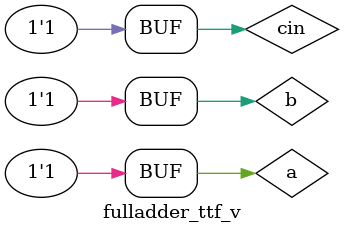
<source format=v>
`timescale 1ns / 1ps


module fulladder_ttf_v;

	// Inputs
	reg a;
	reg b;
	reg cin;

	// Outputs
	wire sum;
	wire cout;

	// Instantiate the Unit Under Test (UUT)
	fulladder uut (
		.a(a), 
		.b(b), 
		.cin(cin), 
		.sum(sum), 
		.cout(cout)
	);

	initial begin
		// Initialize Inputs
		a = 0;
		b = 0;
		cin = 0;

		// Wait 100 ns for global reset to finish
        
		// Add stimulus here
		a=0;b=0;cin=0;#50
		a=0;b=1;cin=0;#50
		a=1;b=0;cin=0;#50
		a=1;b=1;cin=0;#50
		a=0;b=0;cin=1;#50
		a=0;b=1;cin=1;#50
		a=1;b=0;cin=1;#50
		a=1;b=1;cin=1;#50;
      end
      endmodule

</source>
